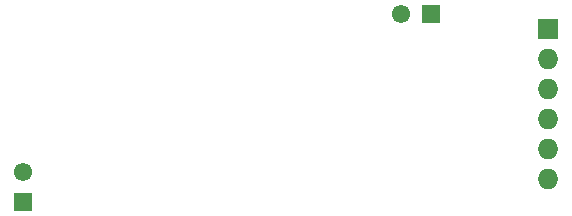
<source format=gbs>
G04 #@! TF.FileFunction,Soldermask,Bot*
%FSLAX46Y46*%
G04 Gerber Fmt 4.6, Leading zero omitted, Abs format (unit mm)*
G04 Created by KiCad (PCBNEW 4.0.6) date 12/04/17 16:36:58*
%MOMM*%
%LPD*%
G01*
G04 APERTURE LIST*
%ADD10C,0.150000*%
%ADD11R,1.554000X1.554000*%
%ADD12C,1.554000*%
%ADD13R,1.730000X1.730000*%
%ADD14O,1.730000X1.730000*%
G04 APERTURE END LIST*
D10*
D11*
X302760000Y-127060000D03*
D12*
X300220000Y-127060000D03*
D11*
X268160000Y-142940000D03*
D12*
X268160000Y-140400000D03*
D13*
X312660000Y-128360000D03*
D14*
X312660000Y-130900000D03*
X312660000Y-133440000D03*
X312660000Y-135980000D03*
X312660000Y-138520000D03*
X312660000Y-141060000D03*
M02*

</source>
